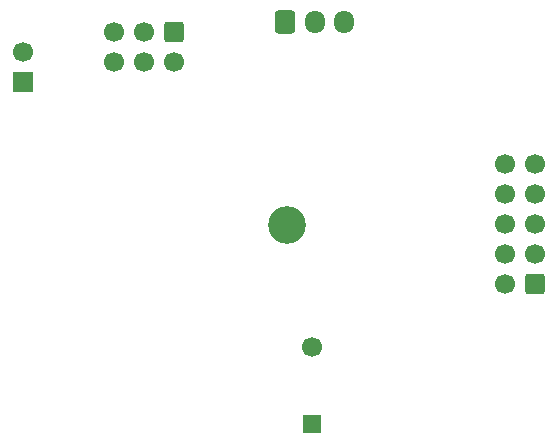
<source format=gbr>
%TF.GenerationSoftware,KiCad,Pcbnew,9.0.2*%
%TF.CreationDate,2025-06-17T18:03:46+02:00*%
%TF.ProjectId,Robobuoy-Sub-CPU-v2_1,526f626f-6275-46f7-992d-5375622d4350,2.0*%
%TF.SameCoordinates,Original*%
%TF.FileFunction,Soldermask,Bot*%
%TF.FilePolarity,Negative*%
%FSLAX46Y46*%
G04 Gerber Fmt 4.6, Leading zero omitted, Abs format (unit mm)*
G04 Created by KiCad (PCBNEW 9.0.2) date 2025-06-17 18:03:46*
%MOMM*%
%LPD*%
G01*
G04 APERTURE LIST*
G04 Aperture macros list*
%AMRoundRect*
0 Rectangle with rounded corners*
0 $1 Rounding radius*
0 $2 $3 $4 $5 $6 $7 $8 $9 X,Y pos of 4 corners*
0 Add a 4 corners polygon primitive as box body*
4,1,4,$2,$3,$4,$5,$6,$7,$8,$9,$2,$3,0*
0 Add four circle primitives for the rounded corners*
1,1,$1+$1,$2,$3*
1,1,$1+$1,$4,$5*
1,1,$1+$1,$6,$7*
1,1,$1+$1,$8,$9*
0 Add four rect primitives between the rounded corners*
20,1,$1+$1,$2,$3,$4,$5,0*
20,1,$1+$1,$4,$5,$6,$7,0*
20,1,$1+$1,$6,$7,$8,$9,0*
20,1,$1+$1,$8,$9,$2,$3,0*%
G04 Aperture macros list end*
%ADD10C,3.200000*%
%ADD11RoundRect,0.250000X-0.600000X0.600000X-0.600000X-0.600000X0.600000X-0.600000X0.600000X0.600000X0*%
%ADD12C,1.700000*%
%ADD13RoundRect,0.250000X0.600000X0.600000X-0.600000X0.600000X-0.600000X-0.600000X0.600000X-0.600000X0*%
%ADD14RoundRect,0.250000X-0.600000X-0.725000X0.600000X-0.725000X0.600000X0.725000X-0.600000X0.725000X0*%
%ADD15O,1.700000X1.950000*%
%ADD16R,1.700000X1.700000*%
%ADD17R,1.650000X1.650000*%
G04 APERTURE END LIST*
D10*
%TO.C,H101*%
X0Y0D03*
%TD*%
D11*
%TO.C,J101*%
X-9577600Y16383000D03*
D12*
X-9577600Y13843000D03*
X-12117600Y16383000D03*
X-12117600Y13843000D03*
X-14657600Y16383000D03*
X-14657600Y13843000D03*
%TD*%
D13*
%TO.C,J108*%
X21004000Y-4953000D03*
D12*
X18464000Y-4953000D03*
X21004000Y-2413000D03*
X18464000Y-2413000D03*
X21004000Y127000D03*
X18464000Y127000D03*
X21004000Y2667000D03*
X18464000Y2667000D03*
X21004000Y5207000D03*
X18464000Y5207000D03*
%TD*%
D14*
%TO.C,J103*%
X-165000Y17212800D03*
D15*
X2335000Y17212800D03*
X4835000Y17212800D03*
%TD*%
D16*
%TO.C,SW101*%
X-22353800Y12110800D03*
D12*
X-22353800Y14650800D03*
%TD*%
D17*
%TO.C,BZ101*%
X2082800Y-16813600D03*
D12*
X2082800Y-10313600D03*
%TD*%
M02*

</source>
